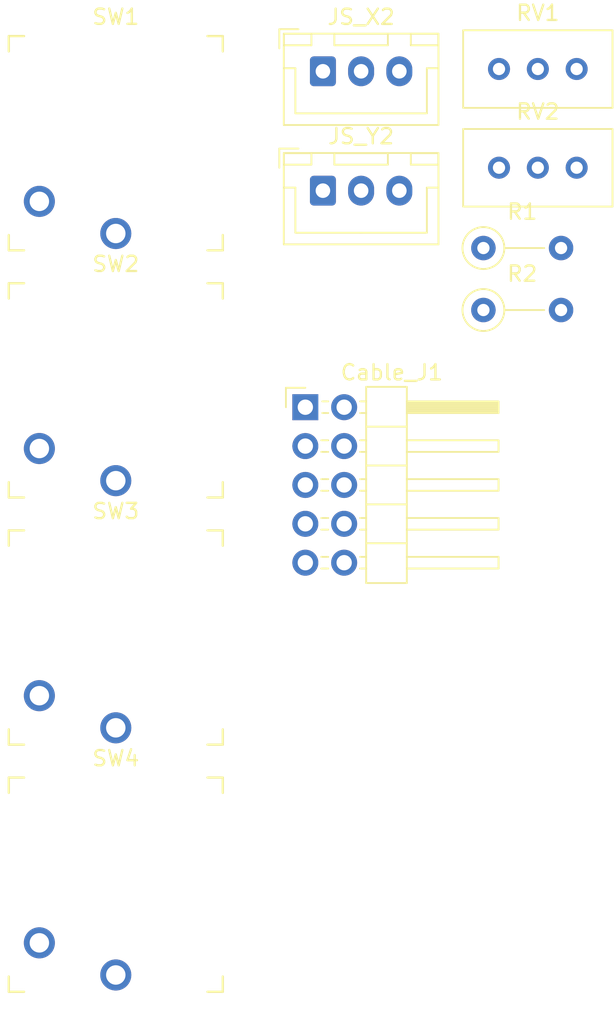
<source format=kicad_pcb>
(kicad_pcb (version 20240108) (generator "pcbnew") (generator_version "8.0")
  (layers (0 "F.Cu" signal) (31 "B.Cu" signal) (34 "B.Paste" user) (35 "F.Paste" user) (36 "B.SilkS" user "B.Silkscreen") (37 "F.SilkS" user "F.Silkscreen") (38 "B.Mask" user) (39 "F.Mask" user) (44 "Edge.Cuts" user))
  (net 0 "")
  (net 1 "/Controller_Button/BT3")
  (net 2 "/Controller_Joystick/Sig_X")
  (net 3 "/Controller_Joystick/-5v")
  (net 4 "/Controller_Joystick/+5v")
  (net 6 "/Controller_Joystick/Sig_Y")
  (net 7 "/Controller_Button/GND")
  (net 8 "/Controller_Button/BT2")
  (net 9 "/Controller_Button/BT1")
  (net 10 "/Controller_Button/BT4")
  (net 11 "Net-(JS_X2-Pin_1)")
  (net 12 "Net-(JS_X2-Pin_2)")
  (net 13 "Net-(JS_Y2-Pin_1)")
  (net 14 "Net-(JS_Y2-Pin_2)")
  (footprint "Connector_JST:JST_XH_B3B-XH-A_1x03_P2.50mm_Vertical" (layer "F.Cu") (at 101.125 60.875)
    (property "Reference" "JS_X2" (at 2.5 -3.55 0) (layer "F.SilkS"))
    (property "Value" "Conn_01x03_Socket")
    (fp_line (start -2.85 -2.75) (end -2.85 -1.5) (stroke (width 0.12)) (layer "F.SilkS"))
    (fp_line (start -2.56 -2.46) (end -2.56 3.51) (stroke (width 0.12)) (layer "F.SilkS"))
    (fp_line (start -2.56 3.51) (end 7.56 3.51) (stroke (width 0.12)) (layer "F.SilkS"))
    (fp_line (start -2.55 -2.45) (end -2.55 -1.7) (stroke (width 0.12)) (layer "F.SilkS"))
    (fp_line (start -2.55 -1.7) (end -0.75 -1.7) (stroke (width 0.12)) (layer "F.SilkS"))
    (fp_line (start -2.55 -0.2) (end -1.8 -0.2) (stroke (width 0.12)) (layer "F.SilkS"))
    (fp_line (start -1.8 -0.2) (end -1.8 2.75) (stroke (width 0.12)) (layer "F.SilkS"))
    (fp_line (start -1.8 2.75) (end 2.5 2.75) (stroke (width 0.12)) (layer "F.SilkS"))
    (fp_line (start -1.6 -2.75) (end -2.85 -2.75) (stroke (width 0.12)) (layer "F.SilkS"))
    (fp_line (start -0.75 -2.45) (end -2.55 -2.45) (stroke (width 0.12)) (layer "F.SilkS"))
    (fp_line (start -0.75 -1.7) (end -0.75 -2.45) (stroke (width 0.12)) (layer "F.SilkS"))
    (fp_line (start 0.75 -2.45) (end 0.75 -1.7) (stroke (width 0.12)) (layer "F.SilkS"))
    (fp_line (start 0.75 -1.7) (end 4.25 -1.7) (stroke (width 0.12)) (layer "F.SilkS"))
    (fp_line (start 4.25 -2.45) (end 0.75 -2.45) (stroke (width 0.12)) (layer "F.SilkS"))
    (fp_line (start 4.25 -1.7) (end 4.25 -2.45) (stroke (width 0.12)) (layer "F.SilkS"))
    (fp_line (start 5.75 -2.45) (end 5.75 -1.7) (stroke (width 0.12)) (layer "F.SilkS"))
    (fp_line (start 5.75 -1.7) (end 7.55 -1.7) (stroke (width 0.12)) (layer "F.SilkS"))
    (fp_line (start 6.8 -0.2) (end 6.8 2.75) (stroke (width 0.12)) (layer "F.SilkS"))
    (fp_line (start 6.8 2.75) (end 2.5 2.75) (stroke (width 0.12)) (layer "F.SilkS"))
    (fp_line (start 7.55 -2.45) (end 5.75 -2.45) (stroke (width 0.12)) (layer "F.SilkS"))
    (fp_line (start 7.55 -1.7) (end 7.55 -2.45) (stroke (width 0.12)) (layer "F.SilkS"))
    (fp_line (start 7.55 -0.2) (end 6.8 -0.2) (stroke (width 0.12)) (layer "F.SilkS"))
    (fp_line (start 7.56 -2.46) (end -2.56 -2.46) (stroke (width 0.12)) (layer "F.SilkS"))
    (fp_line (start 7.56 3.51) (end 7.56 -2.46) (stroke (width 0.12)) (layer "F.SilkS"))
    (pad "1" thru_hole roundrect (at 0 0) (size 1.7 1.95) (drill 0.95) (layers "*.Cu" "*.Mask") (roundrect_rratio 0.147059) (net 11 "Net-(JS_X2-Pin_1)"))
    (pad "2" thru_hole oval (at 2.5 0) (size 1.7 1.95) (drill 0.95) (layers "*.Cu" "*.Mask") (net 12 "Net-(JS_X2-Pin_2)"))
    (pad "3" thru_hole oval (at 5 0) (size 1.7 1.95) (drill 0.95) (layers "*.Cu" "*.Mask") (net 2 "/Controller_Joystick/Sig_X"))
  )
  (footprint "Kailh_Keyswitches:SW_PG1350" (layer "F.Cu") (at 87.575 81.725)
    (property "Reference" "SW2" (at 0 -8.255 0) (layer "F.SilkS"))
    (property "Value" "SW_Push")
    (fp_line (start -7 -6) (end -7 -7) (stroke (width 0.15)) (layer "F.SilkS"))
    (fp_line (start -7 7) (end -7 6) (stroke (width 0.15)) (layer "F.SilkS"))
    (fp_line (start -7 7) (end -6 7) (stroke (width 0.15)) (layer "F.SilkS"))
    (fp_line (start -6 -7) (end -7 -7) (stroke (width 0.15)) (layer "F.SilkS"))
    (fp_line (start 6 7) (end 7 7) (stroke (width 0.15)) (layer "F.SilkS"))
    (fp_line (start 7 -7) (end 6 -7) (stroke (width 0.15)) (layer "F.SilkS"))
    (fp_line (start 7 -7) (end 7 -6) (stroke (width 0.15)) (layer "F.SilkS"))
    (fp_line (start 7 6) (end 7 7) (stroke (width 0.15)) (layer "F.SilkS"))
    (pad "" np_thru_hole circle (at -5.5 0) (size 1.7018 1.7018) (drill 1.7018) (layers "*.Cu" "*.Mask"))
    (pad "" np_thru_hole circle (at 0 0) (size 3.429 3.429) (drill 3.429) (layers "*.Cu" "*.Mask"))
    (pad "" np_thru_hole circle (at 5.22 -4.2) (size 0.9906 0.9906) (drill 0.9906) (layers "*.Cu" "*.Mask"))
    (pad "" np_thru_hole circle (at 5.5 0) (size 1.7018 1.7018) (drill 1.7018) (layers "*.Cu" "*.Mask"))
    (pad "1" thru_hole circle (at 0 5.9) (size 2.032 2.032) (drill 1.27) (layers "*.Cu" "*.Mask") (net 8 "/Controller_Button/BT2"))
    (pad "2" thru_hole circle (at -5 3.8) (size 2.032 2.032) (drill 1.27) (layers "*.Cu" "*.Mask") (net 7 "/Controller_Button/GND"))
  )
  (footprint "Kailh_Keyswitches:SW_PG1350" (layer "F.Cu") (at 87.575 65.575)
    (property "Reference" "SW1" (at 0 -8.255 0) (layer "F.SilkS"))
    (property "Value" "SW_Push")
    (fp_line (start -7 -6) (end -7 -7) (stroke (width 0.15)) (layer "F.SilkS"))
    (fp_line (start -7 7) (end -7 6) (stroke (width 0.15)) (layer "F.SilkS"))
    (fp_line (start -7 7) (end -6 7) (stroke (width 0.15)) (layer "F.SilkS"))
    (fp_line (start -6 -7) (end -7 -7) (stroke (width 0.15)) (layer "F.SilkS"))
    (fp_line (start 6 7) (end 7 7) (stroke (width 0.15)) (layer "F.SilkS"))
    (fp_line (start 7 -7) (end 6 -7) (stroke (width 0.15)) (layer "F.SilkS"))
    (fp_line (start 7 -7) (end 7 -6) (stroke (width 0.15)) (layer "F.SilkS"))
    (fp_line (start 7 6) (end 7 7) (stroke (width 0.15)) (layer "F.SilkS"))
    (pad "" np_thru_hole circle (at -5.5 0) (size 1.7018 1.7018) (drill 1.7018) (layers "*.Cu" "*.Mask"))
    (pad "" np_thru_hole circle (at 0 0) (size 3.429 3.429) (drill 3.429) (layers "*.Cu" "*.Mask"))
    (pad "" np_thru_hole circle (at 5.22 -4.2) (size 0.9906 0.9906) (drill 0.9906) (layers "*.Cu" "*.Mask"))
    (pad "" np_thru_hole circle (at 5.5 0) (size 1.7018 1.7018) (drill 1.7018) (layers "*.Cu" "*.Mask"))
    (pad "1" thru_hole circle (at 0 5.9) (size 2.032 2.032) (drill 1.27) (layers "*.Cu" "*.Mask") (net 9 "/Controller_Button/BT1"))
    (pad "2" thru_hole circle (at -5 3.8) (size 2.032 2.032) (drill 1.27) (layers "*.Cu" "*.Mask") (net 7 "/Controller_Button/GND"))
  )
  (footprint "Kailh_Keyswitches:SW_PG1350" (layer "F.Cu") (at 87.575 97.875)
    (property "Reference" "SW3" (at 0 -8.255 0) (layer "F.SilkS"))
    (property "Value" "SW_Push")
    (fp_line (start -7 -6) (end -7 -7) (stroke (width 0.15)) (layer "F.SilkS"))
    (fp_line (start -7 7) (end -7 6) (stroke (width 0.15)) (layer "F.SilkS"))
    (fp_line (start -7 7) (end -6 7) (stroke (width 0.15)) (layer "F.SilkS"))
    (fp_line (start -6 -7) (end -7 -7) (stroke (width 0.15)) (layer "F.SilkS"))
    (fp_line (start 6 7) (end 7 7) (stroke (width 0.15)) (layer "F.SilkS"))
    (fp_line (start 7 -7) (end 6 -7) (stroke (width 0.15)) (layer "F.SilkS"))
    (fp_line (start 7 -7) (end 7 -6) (stroke (width 0.15)) (layer "F.SilkS"))
    (fp_line (start 7 6) (end 7 7) (stroke (width 0.15)) (layer "F.SilkS"))
    (pad "" np_thru_hole circle (at -5.5 0) (size 1.7018 1.7018) (drill 1.7018) (layers "*.Cu" "*.Mask"))
    (pad "" np_thru_hole circle (at 0 0) (size 3.429 3.429) (drill 3.429) (layers "*.Cu" "*.Mask"))
    (pad "" np_thru_hole circle (at 5.22 -4.2) (size 0.9906 0.9906) (drill 0.9906) (layers "*.Cu" "*.Mask"))
    (pad "" np_thru_hole circle (at 5.5 0) (size 1.7018 1.7018) (drill 1.7018) (layers "*.Cu" "*.Mask"))
    (pad "1" thru_hole circle (at 0 5.9) (size 2.032 2.032) (drill 1.27) (layers "*.Cu" "*.Mask") (net 1 "/Controller_Button/BT3"))
    (pad "2" thru_hole circle (at -5 3.8) (size 2.032 2.032) (drill 1.27) (layers "*.Cu" "*.Mask") (net 7 "/Controller_Button/GND"))
  )
  (footprint "Connector_JST:JST_XH_B3B-XH-A_1x03_P2.50mm_Vertical" (layer "F.Cu") (at 101.125 68.675)
    (property "Reference" "JS_Y2" (at 2.5 -3.55 0) (layer "F.SilkS"))
    (property "Value" "Conn_01x03_Socket")
    (fp_line (start -2.85 -2.75) (end -2.85 -1.5) (stroke (width 0.12)) (layer "F.SilkS"))
    (fp_line (start -2.56 -2.46) (end -2.56 3.51) (stroke (width 0.12)) (layer "F.SilkS"))
    (fp_line (start -2.56 3.51) (end 7.56 3.51) (stroke (width 0.12)) (layer "F.SilkS"))
    (fp_line (start -2.55 -2.45) (end -2.55 -1.7) (stroke (width 0.12)) (layer "F.SilkS"))
    (fp_line (start -2.55 -1.7) (end -0.75 -1.7) (stroke (width 0.12)) (layer "F.SilkS"))
    (fp_line (start -2.55 -0.2) (end -1.8 -0.2) (stroke (width 0.12)) (layer "F.SilkS"))
    (fp_line (start -1.8 -0.2) (end -1.8 2.75) (stroke (width 0.12)) (layer "F.SilkS"))
    (fp_line (start -1.8 2.75) (end 2.5 2.75) (stroke (width 0.12)) (layer "F.SilkS"))
    (fp_line (start -1.6 -2.75) (end -2.85 -2.75) (stroke (width 0.12)) (layer "F.SilkS"))
    (fp_line (start -0.75 -2.45) (end -2.55 -2.45) (stroke (width 0.12)) (layer "F.SilkS"))
    (fp_line (start -0.75 -1.7) (end -0.75 -2.45) (stroke (width 0.12)) (layer "F.SilkS"))
    (fp_line (start 0.75 -2.45) (end 0.75 -1.7) (stroke (width 0.12)) (layer "F.SilkS"))
    (fp_line (start 0.75 -1.7) (end 4.25 -1.7) (stroke (width 0.12)) (layer "F.SilkS"))
    (fp_line (start 4.25 -2.45) (end 0.75 -2.45) (stroke (width 0.12)) (layer "F.SilkS"))
    (fp_line (start 4.25 -1.7) (end 4.25 -2.45) (stroke (width 0.12)) (layer "F.SilkS"))
    (fp_line (start 5.75 -2.45) (end 5.75 -1.7) (stroke (width 0.12)) (layer "F.SilkS"))
    (fp_line (start 5.75 -1.7) (end 7.55 -1.7) (stroke (width 0.12)) (layer "F.SilkS"))
    (fp_line (start 6.8 -0.2) (end 6.8 2.75) (stroke (width 0.12)) (layer "F.SilkS"))
    (fp_line (start 6.8 2.75) (end 2.5 2.75) (stroke (width 0.12)) (layer "F.SilkS"))
    (fp_line (start 7.55 -2.45) (end 5.75 -2.45) (stroke (width 0.12)) (layer "F.SilkS"))
    (fp_line (start 7.55 -1.7) (end 7.55 -2.45) (stroke (width 0.12)) (layer "F.SilkS"))
    (fp_line (start 7.55 -0.2) (end 6.8 -0.2) (stroke (width 0.12)) (layer "F.SilkS"))
    (fp_line (start 7.56 -2.46) (end -2.56 -2.46) (stroke (width 0.12)) (layer "F.SilkS"))
    (fp_line (start 7.56 3.51) (end 7.56 -2.46) (stroke (width 0.12)) (layer "F.SilkS"))
    (pad "1" thru_hole roundrect (at 0 0) (size 1.7 1.95) (drill 0.95) (layers "*.Cu" "*.Mask") (roundrect_rratio 0.147059) (net 13 "Net-(JS_Y2-Pin_1)"))
    (pad "2" thru_hole oval (at 2.5 0) (size 1.7 1.95) (drill 0.95) (layers "*.Cu" "*.Mask") (net 14 "Net-(JS_Y2-Pin_2)"))
    (pad "3" thru_hole oval (at 5 0) (size 1.7 1.95) (drill 0.95) (layers "*.Cu" "*.Mask") (net 6 "/Controller_Joystick/Sig_Y"))
  )
  (footprint "Potentiometer_THT:Potentiometer_Bourns_3296W_Vertical" (layer "F.Cu") (at 117.725 67.175)
    (property "Reference" "RV2" (at -2.54 -3.66 0) (layer "F.SilkS"))
    (property "Value" "5k")
    (fp_line (start -7.425 -2.53) (end -7.425 2.54) (stroke (width 0.12)) (layer "F.SilkS"))
    (fp_line (start -7.425 -2.53) (end 2.345 -2.53) (stroke (width 0.12)) (layer "F.SilkS"))
    (fp_line (start -7.425 2.54) (end 2.345 2.54) (stroke (width 0.12)) (layer "F.SilkS"))
    (fp_line (start 2.345 -2.53) (end 2.345 2.54) (stroke (width 0.12)) (layer "F.SilkS"))
    (pad "1" thru_hole circle (at 0 0) (size 1.44 1.44) (drill 0.8) (layers "*.Cu" "*.Mask") (net 4 "/Controller_Joystick/+5v"))
    (pad "2" thru_hole circle (at -2.54 0) (size 1.44 1.44) (drill 0.8) (layers "*.Cu" "*.Mask") (net 13 "Net-(JS_Y2-Pin_1)"))
    (pad "3" thru_hole circle (at -5.08 0) (size 1.44 1.44) (drill 0.8) (layers "*.Cu" "*.Mask") (net 13 "Net-(JS_Y2-Pin_1)"))
  )
  (footprint "Connector_PinHeader_2.54mm:PinHeader_2x05_P2.54mm_Horizontal" (layer "F.Cu") (at 99.975 82.825)
    (property "Reference" "Cable_J1" (at 5.655 -2.27 0) (layer "F.SilkS"))
    (property "Value" "Conn_02x05_Top_Bottom")
    (fp_line (start -1.27 -1.27) (end 0 -1.27) (stroke (width 0.12)) (layer "F.SilkS"))
    (fp_line (start -1.27 0) (end -1.27 -1.27) (stroke (width 0.12)) (layer "F.SilkS"))
    (fp_line (start 1.042929 2.16) (end 1.497071 2.16) (stroke (width 0.12)) (layer "F.SilkS"))
    (fp_line (start 1.042929 2.92) (end 1.497071 2.92) (stroke (width 0.12)) (layer "F.SilkS"))
    (fp_line (start 1.042929 4.7) (end 1.497071 4.7) (stroke (width 0.12)) (layer "F.SilkS"))
    (fp_line (start 1.042929 5.46) (end 1.497071 5.46) (stroke (width 0.12)) (layer "F.SilkS"))
    (fp_line (start 1.042929 7.24) (end 1.497071 7.24) (stroke (width 0.12)) (layer "F.SilkS"))
    (fp_line (start 1.042929 8) (end 1.497071 8) (stroke (width 0.12)) (layer "F.SilkS"))
    (fp_line (start 1.042929 9.78) (end 1.497071 9.78) (stroke (width 0.12)) (layer "F.SilkS"))
    (fp_line (start 1.042929 10.54) (end 1.497071 10.54) (stroke (width 0.12)) (layer "F.SilkS"))
    (fp_line (start 1.11 -0.38) (end 1.497071 -0.38) (stroke (width 0.12)) (layer "F.SilkS"))
    (fp_line (start 1.11 0.38) (end 1.497071 0.38) (stroke (width 0.12)) (layer "F.SilkS"))
    (fp_line (start 3.582929 -0.38) (end 3.98 -0.38) (stroke (width 0.12)) (layer "F.SilkS"))
    (fp_line (start 3.582929 0.38) (end 3.98 0.38) (stroke (width 0.12)) (layer "F.SilkS"))
    (fp_line (start 3.582929 2.16) (end 3.98 2.16) (stroke (width 0.12)) (layer "F.SilkS"))
    (fp_line (start 3.582929 2.92) (end 3.98 2.92) (stroke (width 0.12)) (layer "F.SilkS"))
    (fp_line (start 3.582929 4.7) (end 3.98 4.7) (stroke (width 0.12)) (layer "F.SilkS"))
    (fp_line (start 3.582929 5.46) (end 3.98 5.46) (stroke (width 0.12)) (layer "F.SilkS"))
    (fp_line (start 3.582929 7.24) (end 3.98 7.24) (stroke (width 0.12)) (layer "F.SilkS"))
    (fp_line (start 3.582929 8) (end 3.98 8) (stroke (width 0.12)) (layer "F.SilkS"))
    (fp_line (start 3.582929 9.78) (end 3.98 9.78) (stroke (width 0.12)) (layer "F.SilkS"))
    (fp_line (start 3.582929 10.54) (end 3.98 10.54) (stroke (width 0.12)) (layer "F.SilkS"))
    (fp_line (start 3.98 -1.33) (end 3.98 11.49) (stroke (width 0.12)) (layer "F.SilkS"))
    (fp_line (start 3.98 1.27) (end 6.64 1.27) (stroke (width 0.12)) (layer "F.SilkS"))
    (fp_line (start 3.98 3.81) (end 6.64 3.81) (stroke (width 0.12)) (layer "F.SilkS"))
    (fp_line (start 3.98 6.35) (end 6.64 6.35) (stroke (width 0.12)) (layer "F.SilkS"))
    (fp_line (start 3.98 8.89) (end 6.64 8.89) (stroke (width 0.12)) (layer "F.SilkS"))
    (fp_line (start 3.98 11.49) (end 6.64 11.49) (stroke (width 0.12)) (layer "F.SilkS"))
    (fp_line (start 6.64 -1.33) (end 3.98 -1.33) (stroke (width 0.12)) (layer "F.SilkS"))
    (fp_line (start 6.64 -0.38) (end 12.64 -0.38) (stroke (width 0.12)) (layer "F.SilkS"))
    (fp_line (start 6.64 -0.32) (end 12.64 -0.32) (stroke (width 0.12)) (layer "F.SilkS"))
    (fp_line (start 6.64 -0.2) (end 12.64 -0.2) (stroke (width 0.12)) (layer "F.SilkS"))
    (fp_line (start 6.64 -0.08) (end 12.64 -0.08) (stroke (width 0.12)) (layer "F.SilkS"))
    (fp_line (start 6.64 0.04) (end 12.64 0.04) (stroke (width 0.12)) (layer "F.SilkS"))
    (fp_line (start 6.64 0.16) (end 12.64 0.16) (stroke (width 0.12)) (layer "F.SilkS"))
    (fp_line (start 6.64 0.28) (end 12.64 0.28) (stroke (width 0.12)) (layer "F.SilkS"))
    (fp_line (start 6.64 2.16) (end 12.64 2.16) (stroke (width 0.12)) (layer "F.SilkS"))
    (fp_line (start 6.64 4.7) (end 12.64 4.7) (stroke (width 0.12)) (layer "F.SilkS"))
    (fp_line (start 6.64 7.24) (end 12.64 7.24) (stroke (width 0.12)) (layer "F.SilkS"))
    (fp_line (start 6.64 9.78) (end 12.64 9.78) (stroke (width 0.12)) (layer "F.SilkS"))
    (fp_line (start 6.64 11.49) (end 6.64 -1.33) (stroke (width 0.12)) (layer "F.SilkS"))
    (fp_line (start 12.64 -0.38) (end 12.64 0.38) (stroke (width 0.12)) (layer "F.SilkS"))
    (fp_line (start 12.64 0.38) (end 6.64 0.38) (stroke (width 0.12)) (layer "F.SilkS"))
    (fp_line (start 12.64 2.16) (end 12.64 2.92) (stroke (width 0.12)) (layer "F.SilkS"))
    (fp_line (start 12.64 2.92) (end 6.64 2.92) (stroke (width 0.12)) (layer "F.SilkS"))
    (fp_line (start 12.64 4.7) (end 12.64 5.46) (stroke (width 0.12)) (layer "F.SilkS"))
    (fp_line (start 12.64 5.46) (end 6.64 5.46) (stroke (width 0.12)) (layer "F.SilkS"))
    (fp_line (start 12.64 7.24) (end 12.64 8) (stroke (width 0.12)) (layer "F.SilkS"))
    (fp_line (start 12.64 8) (end 6.64 8) (stroke (width 0.12)) (layer "F.SilkS"))
    (fp_line (start 12.64 9.78) (end 12.64 10.54) (stroke (width 0.12)) (layer "F.SilkS"))
    (fp_line (start 12.64 10.54) (end 6.64 10.54) (stroke (width 0.12)) (layer "F.SilkS"))
    (pad "1" thru_hole rect (at 0 0) (size 1.7 1.7) (drill 1) (layers "*.Cu" "*.Mask") (net 9 "/Controller_Button/BT1"))
    (pad "2" thru_hole oval (at 2.54 0) (size 1.7 1.7) (drill 1) (layers "*.Cu" "*.Mask") (net 8 "/Controller_Button/BT2"))
    (pad "3" thru_hole oval (at 0 2.54) (size 1.7 1.7) (drill 1) (layers "*.Cu" "*.Mask") (net 1 "/Controller_Button/BT3"))
    (pad "4" thru_hole oval (at 2.54 2.54) (size 1.7 1.7) (drill 1) (layers "*.Cu" "*.Mask") (net 10 "/Controller_Button/BT4"))
    (pad "5" thru_hole oval (at 0 5.08) (size 1.7 1.7) (drill 1) (layers "*.Cu" "*.Mask") (net 2 "/Controller_Joystick/Sig_X"))
    (pad "6" thru_hole oval (at 2.54 5.08) (size 1.7 1.7) (drill 1) (layers "*.Cu" "*.Mask") (net 6 "/Controller_Joystick/Sig_Y"))
    (pad "7" thru_hole oval (at 0 7.62) (size 1.7 1.7) (drill 1) (layers "*.Cu" "*.Mask") (net 4 "/Controller_Joystick/+5v"))
    (pad "8" thru_hole oval (at 2.54 7.62) (size 1.7 1.7) (drill 1) (layers "*.Cu" "*.Mask") (net 7 "/Controller_Button/GND"))
    (pad "9" thru_hole oval (at 0 10.16) (size 1.7 1.7) (drill 1) (layers "*.Cu" "*.Mask") (net 3 "/Controller_Joystick/-5v"))
    (pad "10" thru_hole oval (at 2.54 10.16) (size 1.7 1.7) (drill 1) (layers "*.Cu" "*.Mask"))
  )
  (footprint "Potentiometer_THT:Potentiometer_Bourns_3296W_Vertical" (layer "F.Cu") (at 117.725 60.725)
    (property "Reference" "RV1" (at -2.54 -3.66 0) (layer "F.SilkS"))
    (property "Value" "5k")
    (fp_line (start -7.425 -2.53) (end -7.425 2.54) (stroke (width 0.12)) (layer "F.SilkS"))
    (fp_line (start -7.425 -2.53) (end 2.345 -2.53) (stroke (width 0.12)) (layer "F.SilkS"))
    (fp_line (start -7.425 2.54) (end 2.345 2.54) (stroke (width 0.12)) (layer "F.SilkS"))
    (fp_line (start 2.345 -2.53) (end 2.345 2.54) (stroke (width 0.12)) (layer "F.SilkS"))
    (pad "1" thru_hole circle (at 0 0) (size 1.44 1.44) (drill 0.8) (layers "*.Cu" "*.Mask") (net 4 "/Controller_Joystick/+5v"))
    (pad "2" thru_hole circle (at -2.54 0) (size 1.44 1.44) (drill 0.8) (layers "*.Cu" "*.Mask") (net 11 "Net-(JS_X2-Pin_1)"))
    (pad "3" thru_hole circle (at -5.08 0) (size 1.44 1.44) (drill 0.8) (layers "*.Cu" "*.Mask") (net 11 "Net-(JS_X2-Pin_1)"))
  )
  (footprint "Resistor_THT:R_Axial_DIN0207_L6.3mm_D2.5mm_P5.08mm_Vertical" (layer "F.Cu") (at 111.625 72.425)
    (property "Reference" "R1" (at 2.54 -2.37 0) (layer "F.SilkS"))
    (property "Value" "2.2k")
    (fp_line (start 1.37 0) (end 3.98 0) (stroke (width 0.12)) (layer "F.SilkS"))
    (fp_circle (center 0 0) (end 1.37 0) (stroke (width 0.12)) (fill none) (layer "F.SilkS"))
    (pad "1" thru_hole circle (at 0 0) (size 1.6 1.6) (drill 0.8) (layers "*.Cu" "*.Mask") (net 3 "/Controller_Joystick/-5v"))
    (pad "2" thru_hole oval (at 5.08 0) (size 1.6 1.6) (drill 0.8) (layers "*.Cu" "*.Mask") (net 12 "Net-(JS_X2-Pin_2)"))
  )
  (footprint "Resistor_THT:R_Axial_DIN0207_L6.3mm_D2.5mm_P5.08mm_Vertical" (layer "F.Cu") (at 111.625 76.475)
    (property "Reference" "R2" (at 2.54 -2.37 0) (layer "F.SilkS"))
    (property "Value" "2.2k")
    (fp_line (start 1.37 0) (end 3.98 0) (stroke (width 0.12)) (layer "F.SilkS"))
    (fp_circle (center 0 0) (end 1.37 0) (stroke (width 0.12)) (fill none) (layer "F.SilkS"))
    (pad "1" thru_hole circle (at 0 0) (size 1.6 1.6) (drill 0.8) (layers "*.Cu" "*.Mask") (net 3 "/Controller_Joystick/-5v"))
    (pad "2" thru_hole oval (at 5.08 0) (size 1.6 1.6) (drill 0.8) (layers "*.Cu" "*.Mask") (net 14 "Net-(JS_Y2-Pin_2)"))
  )
  (footprint "Kailh_Keyswitches:SW_PG1350" (layer "F.Cu") (at 87.575 114.025)
    (property "Reference" "SW4" (at 0 -8.255 0) (layer "F.SilkS"))
    (property "Value" "SW_Push")
    (fp_line (start -7 -6) (end -7 -7) (stroke (width 0.15)) (layer "F.SilkS"))
    (fp_line (start -7 7) (end -7 6) (stroke (width 0.15)) (layer "F.SilkS"))
    (fp_line (start -7 7) (end -6 7) (stroke (width 0.15)) (layer "F.SilkS"))
    (fp_line (start -6 -7) (end -7 -7) (stroke (width 0.15)) (layer "F.SilkS"))
    (fp_line (start 6 7) (end 7 7) (stroke (width 0.15)) (layer "F.SilkS"))
    (fp_line (start 7 -7) (end 6 -7) (stroke (width 0.15)) (layer "F.SilkS"))
    (fp_line (start 7 -7) (end 7 -6) (stroke (width 0.15)) (layer "F.SilkS"))
    (fp_line (start 7 6) (end 7 7) (stroke (width 0.15)) (layer "F.SilkS"))
    (pad "" np_thru_hole circle (at -5.5 0) (size 1.7018 1.7018) (drill 1.7018) (layers "*.Cu" "*.Mask"))
    (pad "" np_thru_hole circle (at 0 0) (size 3.429 3.429) (drill 3.429) (layers "*.Cu" "*.Mask"))
    (pad "" np_thru_hole circle (at 5.22 -4.2) (size 0.9906 0.9906) (drill 0.9906) (layers "*.Cu" "*.Mask"))
    (pad "" np_thru_hole circle (at 5.5 0) (size 1.7018 1.7018) (drill 1.7018) (layers "*.Cu" "*.Mask"))
    (pad "1" thru_hole circle (at 0 5.9) (size 2.032 2.032) (drill 1.27) (layers "*.Cu" "*.Mask") (net 10 "/Controller_Button/BT4"))
    (pad "2" thru_hole circle (at -5 3.8) (size 2.032 2.032) (drill 1.27) (layers "*.Cu" "*.Mask") (net 7 "/Controller_Button/GND"))
  )
)
</source>
